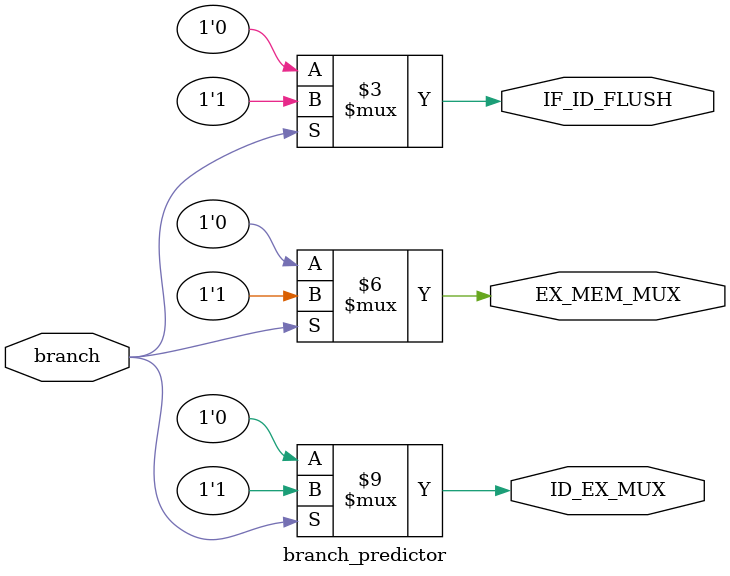
<source format=v>
`timescale 1ns / 1ps


module branch_predictor(
    input branch,
    output reg ID_EX_MUX,
    output reg EX_MEM_MUX,
    output reg IF_ID_FLUSH
    );

    always @(*) begin
        if (branch) begin
            ID_EX_MUX = 1'b1;
            EX_MEM_MUX = 1'b1;
            IF_ID_FLUSH = 1'b1;
        end
        else begin
            ID_EX_MUX = 1'b0;
            EX_MEM_MUX = 1'b0;
            IF_ID_FLUSH = 1'b0;
        end
    end

endmodule

</source>
